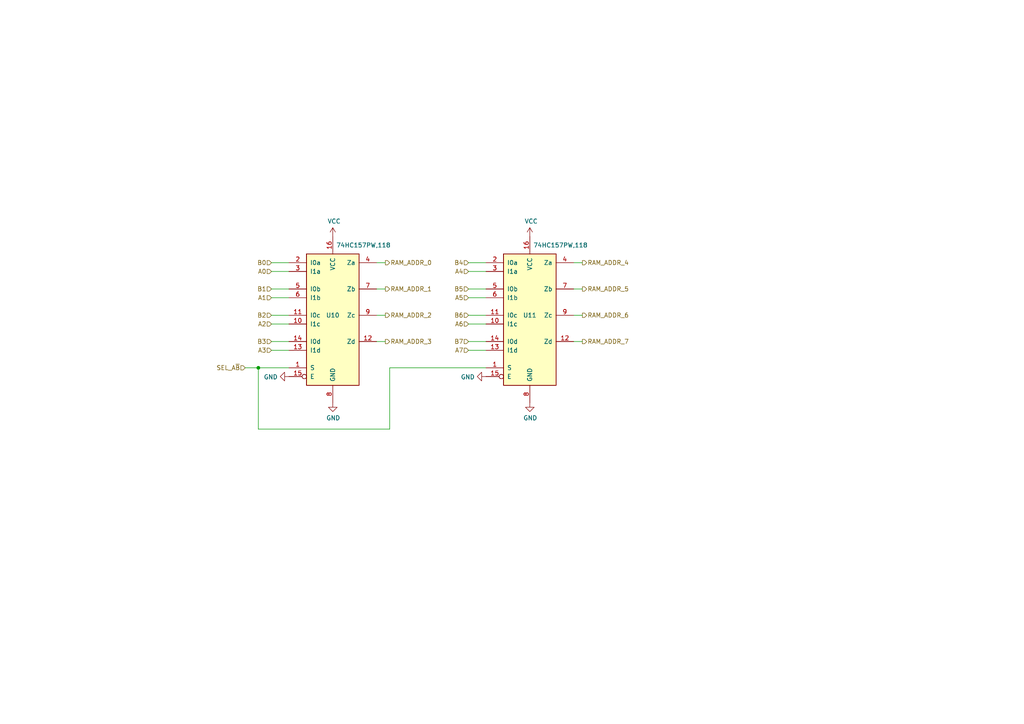
<source format=kicad_sch>
(kicad_sch (version 20211123) (generator eeschema)
  (paper "A4")
  (lib_symbols
    (symbol "power:GND" (power) (pin_names (offset 0))
      (property "Value" "GND" (at 0 -3.81 0))
      (symbol "GND_0_1"
        (polyline (pts (xy 0 0) (xy 0 -1.27) (xy 1.27 -1.27) (xy 0 -2.54) (xy -1.27 -1.27) (xy 0 -1.27)))
      )
      (symbol "GND_1_1"
        (pin power_in line (at 0 0 270) (length 0) hide (name "GND") (number "1"))
      )
    )
    (symbol "power:VCC" (power) (pin_names (offset 0))
      (property "Value" "VCC" (at 0 3.81 0))
      (symbol "VCC_0_1"
        (polyline (pts (xy -0.762 1.27) (xy 0 2.54)))
        (polyline (pts (xy 0 0) (xy 0 2.54)))
        (polyline (pts (xy 0 2.54) (xy 0.762 1.27)))
      )
      (symbol "VCC_1_1"
        (pin power_in line (at 0 0 90) (length 0) hide (name "VCC") (number "1"))
      )
    )
    (symbol "stephen-mouser:74HC157PW,118" (pin_names (offset 1.016))
      (property "Reference" "U" (at -7.62 19.05 0))
      (property "Value" "stephen-mouser_74HC157PW,118" (at -7.62 -21.59 0))
      (symbol "74HC157PW,118_1_0"
        (pin input line (at -12.7 -15.24 0) (length 5.08) (name "S") (number "1"))
        (pin input line (at -12.7 -2.54 0) (length 5.08) (name "I1c") (number "10"))
        (pin input line (at -12.7 0 0) (length 5.08) (name "I0c") (number "11"))
        (pin output line (at 12.7 -7.62 180) (length 5.08) (name "Zd") (number "12"))
        (pin input line (at -12.7 -10.16 0) (length 5.08) (name "I1d") (number "13"))
        (pin input line (at -12.7 -7.62 0) (length 5.08) (name "I0d") (number "14"))
        (pin input inverted (at -12.7 -17.78 0) (length 5.08) (name "E") (number "15"))
        (pin power_in line (at 0 22.86 270) (length 5.08) (name "VCC") (number "16"))
        (pin input line (at -12.7 15.24 0) (length 5.08) (name "I0a") (number "2"))
        (pin input line (at -12.7 12.7 0) (length 5.08) (name "I1a") (number "3"))
        (pin output line (at 12.7 15.24 180) (length 5.08) (name "Za") (number "4"))
        (pin input line (at -12.7 7.62 0) (length 5.08) (name "I0b") (number "5"))
        (pin input line (at -12.7 5.08 0) (length 5.08) (name "I1b") (number "6"))
        (pin output line (at 12.7 7.62 180) (length 5.08) (name "Zb") (number "7"))
        (pin power_in line (at 0 -25.4 90) (length 5.08) (name "GND") (number "8"))
        (pin output line (at 12.7 0 180) (length 5.08) (name "Zc") (number "9"))
      )
      (symbol "74HC157PW,118_1_1"
        (rectangle (start -7.62 17.78) (end 7.62 -20.32) (stroke (width 0.254)) (fill (type background)))
      )
    )
  )
  (junction (at 74.93 106.68))
  (wire (pts (xy 78.74 101.6) (xy 83.82 101.6)))
  (wire (pts (xy 140.97 78.74) (xy 135.89 78.74)))
  (wire (pts (xy 78.74 76.2) (xy 83.82 76.2)))
  (wire (pts (xy 109.22 83.82) (xy 111.76 83.82)))
  (wire (pts (xy 140.97 93.98) (xy 135.89 93.98)))
  (wire (pts (xy 113.03 106.68) (xy 113.03 124.46)))
  (wire (pts (xy 135.89 83.82) (xy 140.97 83.82)))
  (wire (pts (xy 109.22 99.06) (xy 111.76 99.06)))
  (wire (pts (xy 78.74 86.36) (xy 83.82 86.36)))
  (wire (pts (xy 113.03 124.46) (xy 74.93 124.46)))
  (wire (pts (xy 83.82 91.44) (xy 78.74 91.44)))
  (wire (pts (xy 109.22 91.44) (xy 111.76 91.44)))
  (wire (pts (xy 78.74 78.74) (xy 83.82 78.74)))
  (wire (pts (xy 135.89 99.06) (xy 140.97 99.06)))
  (wire (pts (xy 74.93 106.68) (xy 83.82 106.68)))
  (wire (pts (xy 166.37 83.82) (xy 168.91 83.82)))
  (wire (pts (xy 78.74 83.82) (xy 83.82 83.82)))
  (wire (pts (xy 166.37 99.06) (xy 168.91 99.06)))
  (wire (pts (xy 83.82 93.98) (xy 78.74 93.98)))
  (wire (pts (xy 113.03 106.68) (xy 140.97 106.68)))
  (wire (pts (xy 111.76 76.2) (xy 109.22 76.2)))
  (wire (pts (xy 78.74 99.06) (xy 83.82 99.06)))
  (wire (pts (xy 74.93 124.46) (xy 74.93 106.68)))
  (wire (pts (xy 135.89 86.36) (xy 140.97 86.36)))
  (wire (pts (xy 140.97 76.2) (xy 135.89 76.2)))
  (wire (pts (xy 168.91 76.2) (xy 166.37 76.2)))
  (wire (pts (xy 135.89 101.6) (xy 140.97 101.6)))
  (wire (pts (xy 166.37 91.44) (xy 168.91 91.44)))
  (wire (pts (xy 140.97 91.44) (xy 135.89 91.44)))
  (wire (pts (xy 71.12 106.68) (xy 74.93 106.68)))
  (hierarchical_label "B0" (shape input) (at 78.74 76.2 180))
  (hierarchical_label "RAM_ADDR_6" (shape output) (at 168.91 91.44 0))
  (hierarchical_label "B6" (shape input) (at 135.89 91.44 180))
  (hierarchical_label "A3" (shape input) (at 78.74 101.6 180))
  (hierarchical_label "A1" (shape input) (at 78.74 86.36 180))
  (hierarchical_label "B4" (shape input) (at 135.89 76.2 180))
  (hierarchical_label "A4" (shape input) (at 135.89 78.74 180))
  (hierarchical_label "RAM_ADDR_5" (shape output) (at 168.91 83.82 0))
  (hierarchical_label "RAM_ADDR_2" (shape output) (at 111.76 91.44 0))
  (hierarchical_label "SEL_A~{B}" (shape input) (at 71.12 106.68 180))
  (hierarchical_label "B7" (shape input) (at 135.89 99.06 180))
  (hierarchical_label "RAM_ADDR_4" (shape output) (at 168.91 76.2 0))
  (hierarchical_label "RAM_ADDR_7" (shape output) (at 168.91 99.06 0))
  (hierarchical_label "A2" (shape input) (at 78.74 93.98 180))
  (hierarchical_label "A5" (shape input) (at 135.89 86.36 180))
  (hierarchical_label "RAM_ADDR_3" (shape output) (at 111.76 99.06 0))
  (hierarchical_label "RAM_ADDR_0" (shape output) (at 111.76 76.2 0))
  (hierarchical_label "A7" (shape input) (at 135.89 101.6 180))
  (hierarchical_label "B5" (shape input) (at 135.89 83.82 180))
  (hierarchical_label "A0" (shape input) (at 78.74 78.74 180))
  (hierarchical_label "A6" (shape input) (at 135.89 93.98 180))
  (hierarchical_label "RAM_ADDR_1" (shape output) (at 111.76 83.82 0))
  (hierarchical_label "B1" (shape input) (at 78.74 83.82 180))
  (hierarchical_label "B2" (shape input) (at 78.74 91.44 180))
  (hierarchical_label "B3" (shape input) (at 78.74 99.06 180))
  (symbol (lib_id "stephen-mouser:74HC157PW,118") (at 96.52 91.44 0) (unit 1)
    (property "Reference" "U10" (at 96.52 91.44 0))
    (property "Value" "74HC157PW,118" (at 105.41 71.12 0))
    (property "Footprint" "Package_SO:TSSOP-16_4.4x5mm_P0.65mm" (effects hide))
    (property "Datasheet" "https://www.mouser.com/ProductDetail/771-HC157PW118" (effects hide))
  )
  (symbol (lib_id "stephen-mouser:74HC157PW,118") (at 153.67 91.44 0) (unit 1)
    (property "Reference" "U11" (at 153.67 91.44 0))
    (property "Value" "74HC157PW,118" (at 162.56 71.12 0))
    (property "Footprint" "Package_SO:TSSOP-16_4.4x5mm_P0.65mm" (effects hide))
    (property "Datasheet" "https://www.mouser.com/ProductDetail/771-HC157PW118" (effects hide))
  )
  (symbol (lib_id "power:VCC") (at 96.52 68.58 0) (unit 1)
    (property "Reference" "#PWR031" (effects hide))
    (property "Value" "VCC" (at 96.901 64.1858 0))
  )
  (symbol (lib_id "power:VCC") (at 153.67 68.58 0) (unit 1)
    (property "Reference" "#PWR034" (effects hide))
    (property "Value" "VCC" (at 154.051 64.1858 0))
  )
  (symbol (lib_id "power:GND") (at 96.52 116.84 0) (unit 1)
    (property "Reference" "#PWR032" (effects hide))
    (property "Value" "GND" (at 96.647 121.2342 0))
  )
  (symbol (lib_id "power:GND") (at 153.67 116.84 0) (unit 1)
    (property "Reference" "#PWR035" (effects hide))
    (property "Value" "GND" (at 153.797 121.2342 0))
  )
  (symbol (lib_id "power:GND") (at 140.97 109.22 270) (unit 1)
    (property "Reference" "#PWR033" (effects hide))
    (property "Value" "GND" (at 137.7188 109.347 90) (effects (justify right)))
  )
  (symbol (lib_id "power:GND") (at 83.82 109.22 270) (unit 1)
    (property "Reference" "#PWR030" (effects hide))
    (property "Value" "GND" (at 80.5688 109.347 90) (effects (justify right)))
  )
)
</source>
